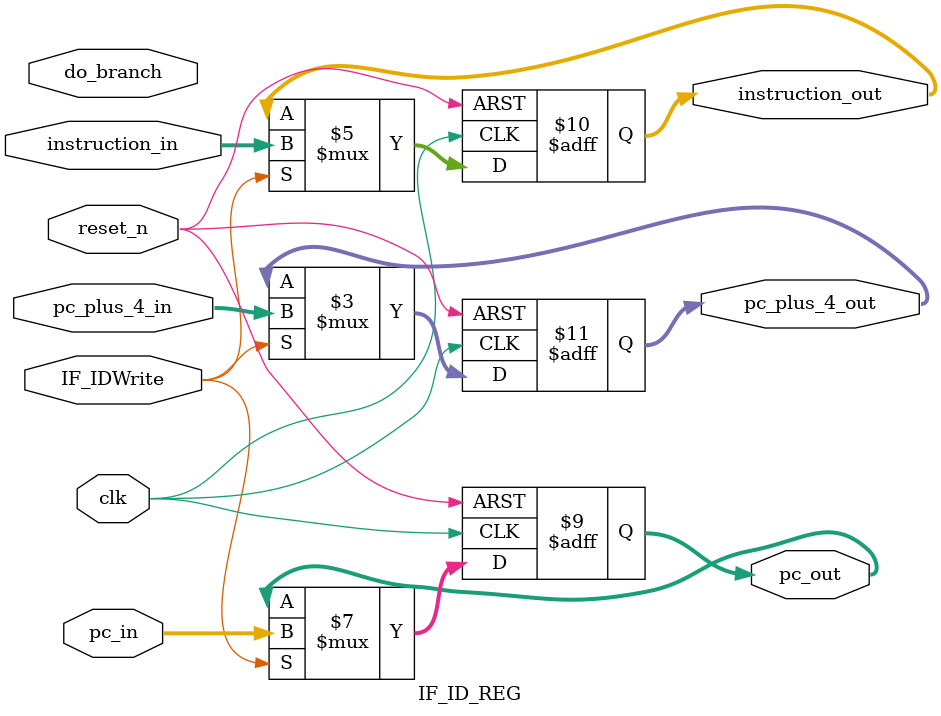
<source format=sv>
`timescale 1ns / 1ps

module IF_ID_REG (
    input logic clk, 
    input logic reset_n, 
    input logic IF_IDWrite, 
    input logic [31:0] pc_in, 
    input logic [31:0] instruction_in,
    input logic [31:0] pc_plus_4_in,
    input logic do_branch, 
    output logic [31:0] pc_out, 
    output logic [31:0] instruction_out,
    output logic [31:0] pc_plus_4_out
);

    always_ff @(posedge clk or negedge reset_n) begin
        if (!reset_n ) begin
            pc_out <= 32'b0;
            instruction_out <= 32'b0;
            pc_plus_4_out <= 32'b0;
        end else begin
        if(IF_IDWrite )begin 
            pc_out <= pc_in;
            instruction_out <= instruction_in;
            pc_plus_4_out <= pc_plus_4_in;
            end 
        end
    end
endmodule

</source>
